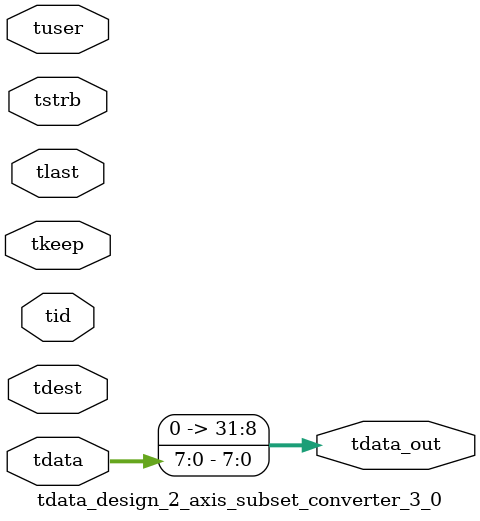
<source format=v>


`timescale 1ps/1ps

module tdata_design_2_axis_subset_converter_3_0 #
(
parameter C_S_AXIS_TDATA_WIDTH = 32,
parameter C_S_AXIS_TUSER_WIDTH = 0,
parameter C_S_AXIS_TID_WIDTH   = 0,
parameter C_S_AXIS_TDEST_WIDTH = 0,
parameter C_M_AXIS_TDATA_WIDTH = 32
)
(
input  [(C_S_AXIS_TDATA_WIDTH == 0 ? 1 : C_S_AXIS_TDATA_WIDTH)-1:0     ] tdata,
input  [(C_S_AXIS_TUSER_WIDTH == 0 ? 1 : C_S_AXIS_TUSER_WIDTH)-1:0     ] tuser,
input  [(C_S_AXIS_TID_WIDTH   == 0 ? 1 : C_S_AXIS_TID_WIDTH)-1:0       ] tid,
input  [(C_S_AXIS_TDEST_WIDTH == 0 ? 1 : C_S_AXIS_TDEST_WIDTH)-1:0     ] tdest,
input  [(C_S_AXIS_TDATA_WIDTH/8)-1:0 ] tkeep,
input  [(C_S_AXIS_TDATA_WIDTH/8)-1:0 ] tstrb,
input                                                                    tlast,
output [C_M_AXIS_TDATA_WIDTH-1:0] tdata_out
);

assign tdata_out = {tdata[7:0]};

endmodule


</source>
